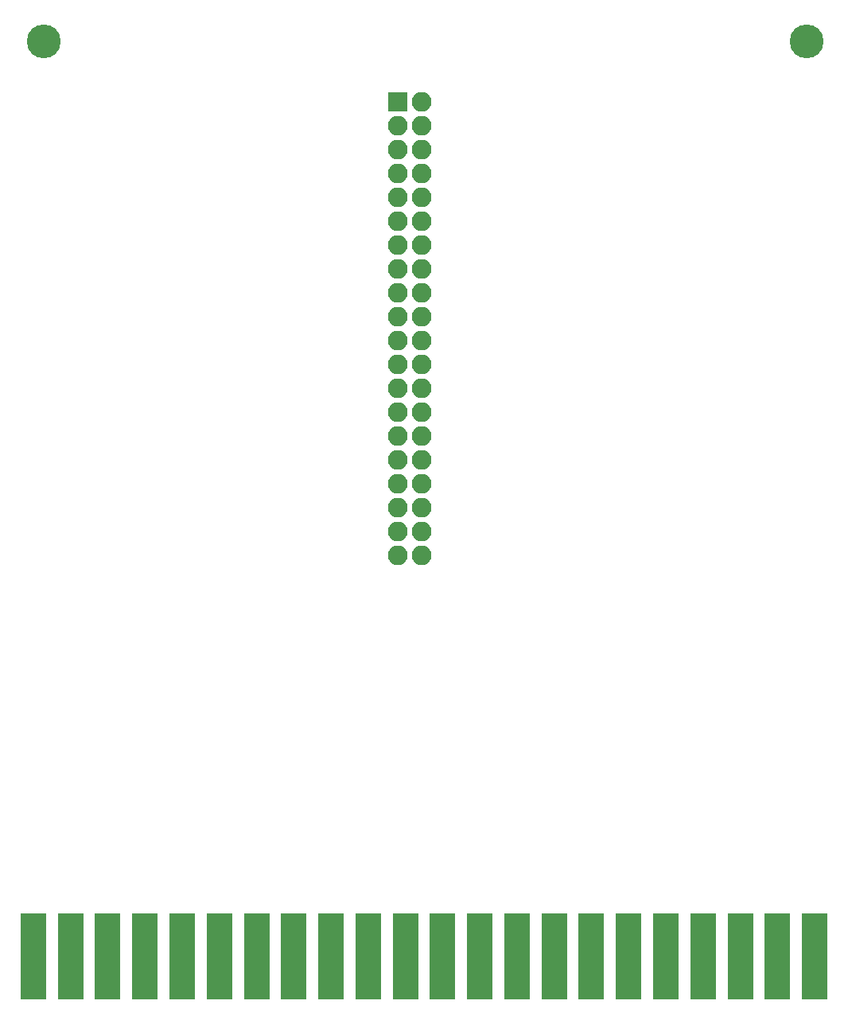
<source format=gbr>
G04 #@! TF.FileFunction,Soldermask,Top*
%FSLAX46Y46*%
G04 Gerber Fmt 4.6, Leading zero omitted, Abs format (unit mm)*
G04 Created by KiCad (PCBNEW 4.0.7) date 07/15/18 20:55:20*
%MOMM*%
%LPD*%
G01*
G04 APERTURE LIST*
%ADD10C,0.100000*%
%ADD11R,2.800000X9.200000*%
%ADD12R,2.100000X2.100000*%
%ADD13O,2.100000X2.100000*%
%ADD14C,3.600000*%
G04 APERTURE END LIST*
D10*
D11*
X79875400Y-140296320D03*
X83835400Y-140296320D03*
X87795400Y-140296320D03*
X91755400Y-140296320D03*
X95715400Y-140296320D03*
X99675400Y-140296320D03*
X103635400Y-140296320D03*
X107595400Y-140296320D03*
X111555400Y-140296320D03*
X115515400Y-140296320D03*
X119475400Y-140296320D03*
X123435400Y-140296320D03*
X127395400Y-140296320D03*
X135315400Y-140296320D03*
X155115400Y-140296320D03*
X131355400Y-140296320D03*
X143235400Y-140296320D03*
X163035400Y-140296320D03*
X159075400Y-140296320D03*
X139275400Y-140296320D03*
X151155400Y-140296320D03*
X147195400Y-140296320D03*
D12*
X118618000Y-49352200D03*
D13*
X121158000Y-49352200D03*
X118618000Y-51892200D03*
X121158000Y-51892200D03*
X118618000Y-54432200D03*
X121158000Y-54432200D03*
X118618000Y-56972200D03*
X121158000Y-56972200D03*
X118618000Y-59512200D03*
X121158000Y-59512200D03*
X118618000Y-62052200D03*
X121158000Y-62052200D03*
X118618000Y-64592200D03*
X121158000Y-64592200D03*
X118618000Y-67132200D03*
X121158000Y-67132200D03*
X118618000Y-69672200D03*
X121158000Y-69672200D03*
X118618000Y-72212200D03*
X121158000Y-72212200D03*
X118618000Y-74752200D03*
X121158000Y-74752200D03*
X118618000Y-77292200D03*
X121158000Y-77292200D03*
X118618000Y-79832200D03*
X121158000Y-79832200D03*
X118618000Y-82372200D03*
X121158000Y-82372200D03*
X118618000Y-84912200D03*
X121158000Y-84912200D03*
X118618000Y-87452200D03*
X121158000Y-87452200D03*
X118618000Y-89992200D03*
X121158000Y-89992200D03*
X118618000Y-92532200D03*
X121158000Y-92532200D03*
X118618000Y-95072200D03*
X121158000Y-95072200D03*
X118618000Y-97612200D03*
X121158000Y-97612200D03*
D14*
X80987900Y-42938700D03*
X162153600Y-42938700D03*
M02*

</source>
